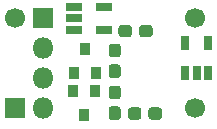
<source format=gbr>
%TF.GenerationSoftware,KiCad,Pcbnew,(5.1.6)-1*%
%TF.CreationDate,2021-08-23T14:57:44-04:00*%
%TF.ProjectId,full-can-variable,66756c6c-2d63-4616-9e2d-766172696162,rev?*%
%TF.SameCoordinates,Original*%
%TF.FileFunction,Soldermask,Top*%
%TF.FilePolarity,Negative*%
%FSLAX46Y46*%
G04 Gerber Fmt 4.6, Leading zero omitted, Abs format (unit mm)*
G04 Created by KiCad (PCBNEW (5.1.6)-1) date 2021-08-23 14:57:44*
%MOMM*%
%LPD*%
G01*
G04 APERTURE LIST*
%ADD10R,1.700000X1.700000*%
%ADD11C,1.700000*%
%ADD12R,1.350000X0.700000*%
%ADD13R,1.800000X1.800000*%
%ADD14O,1.800000X1.800000*%
%ADD15R,0.900000X1.000000*%
%ADD16R,0.700000X1.300000*%
G04 APERTURE END LIST*
D10*
%TO.C,X1*%
X142959001Y-101494001D03*
D11*
X142959001Y-93874001D03*
X158199001Y-93874001D03*
X158199001Y-101494001D03*
%TD*%
D12*
%TO.C,IC1*%
X147955000Y-92969000D03*
X147955000Y-93919000D03*
X147955000Y-94869000D03*
X150455000Y-94869000D03*
X150455000Y-92969000D03*
%TD*%
D13*
%TO.C,I2C Header*%
X145288000Y-93853000D03*
D14*
X145288000Y-96393000D03*
X145288000Y-98933000D03*
X145288000Y-101473000D03*
%TD*%
D15*
%TO.C,Q1*%
X149733000Y-100108000D03*
X147833000Y-100108000D03*
X148783000Y-102108000D03*
%TD*%
%TO.C,Q2*%
X148844000Y-96536000D03*
X149794000Y-98536000D03*
X147894000Y-98536000D03*
%TD*%
%TO.C,R1*%
G36*
G01*
X151121500Y-99628000D02*
X151646500Y-99628000D01*
G75*
G02*
X151909000Y-99890500I0J-262500D01*
G01*
X151909000Y-100515500D01*
G75*
G02*
X151646500Y-100778000I-262500J0D01*
G01*
X151121500Y-100778000D01*
G75*
G02*
X150859000Y-100515500I0J262500D01*
G01*
X150859000Y-99890500D01*
G75*
G02*
X151121500Y-99628000I262500J0D01*
G01*
G37*
G36*
G01*
X151121500Y-101378000D02*
X151646500Y-101378000D01*
G75*
G02*
X151909000Y-101640500I0J-262500D01*
G01*
X151909000Y-102265500D01*
G75*
G02*
X151646500Y-102528000I-262500J0D01*
G01*
X151121500Y-102528000D01*
G75*
G02*
X150859000Y-102265500I0J262500D01*
G01*
X150859000Y-101640500D01*
G75*
G02*
X151121500Y-101378000I262500J0D01*
G01*
G37*
%TD*%
%TO.C,R2*%
G36*
G01*
X151121500Y-97822000D02*
X151646500Y-97822000D01*
G75*
G02*
X151909000Y-98084500I0J-262500D01*
G01*
X151909000Y-98709500D01*
G75*
G02*
X151646500Y-98972000I-262500J0D01*
G01*
X151121500Y-98972000D01*
G75*
G02*
X150859000Y-98709500I0J262500D01*
G01*
X150859000Y-98084500D01*
G75*
G02*
X151121500Y-97822000I262500J0D01*
G01*
G37*
G36*
G01*
X151121500Y-96072000D02*
X151646500Y-96072000D01*
G75*
G02*
X151909000Y-96334500I0J-262500D01*
G01*
X151909000Y-96959500D01*
G75*
G02*
X151646500Y-97222000I-262500J0D01*
G01*
X151121500Y-97222000D01*
G75*
G02*
X150859000Y-96959500I0J262500D01*
G01*
X150859000Y-96334500D01*
G75*
G02*
X151121500Y-96072000I262500J0D01*
G01*
G37*
%TD*%
%TO.C,R3*%
G36*
G01*
X155388000Y-101718500D02*
X155388000Y-102243500D01*
G75*
G02*
X155125500Y-102506000I-262500J0D01*
G01*
X154500500Y-102506000D01*
G75*
G02*
X154238000Y-102243500I0J262500D01*
G01*
X154238000Y-101718500D01*
G75*
G02*
X154500500Y-101456000I262500J0D01*
G01*
X155125500Y-101456000D01*
G75*
G02*
X155388000Y-101718500I0J-262500D01*
G01*
G37*
G36*
G01*
X153638000Y-101718500D02*
X153638000Y-102243500D01*
G75*
G02*
X153375500Y-102506000I-262500J0D01*
G01*
X152750500Y-102506000D01*
G75*
G02*
X152488000Y-102243500I0J262500D01*
G01*
X152488000Y-101718500D01*
G75*
G02*
X152750500Y-101456000I262500J0D01*
G01*
X153375500Y-101456000D01*
G75*
G02*
X153638000Y-101718500I0J-262500D01*
G01*
G37*
%TD*%
%TO.C,R4*%
G36*
G01*
X152848000Y-94733500D02*
X152848000Y-95258500D01*
G75*
G02*
X152585500Y-95521000I-262500J0D01*
G01*
X151960500Y-95521000D01*
G75*
G02*
X151698000Y-95258500I0J262500D01*
G01*
X151698000Y-94733500D01*
G75*
G02*
X151960500Y-94471000I262500J0D01*
G01*
X152585500Y-94471000D01*
G75*
G02*
X152848000Y-94733500I0J-262500D01*
G01*
G37*
G36*
G01*
X154598000Y-94733500D02*
X154598000Y-95258500D01*
G75*
G02*
X154335500Y-95521000I-262500J0D01*
G01*
X153710500Y-95521000D01*
G75*
G02*
X153448000Y-95258500I0J262500D01*
G01*
X153448000Y-94733500D01*
G75*
G02*
X153710500Y-94471000I262500J0D01*
G01*
X154335500Y-94471000D01*
G75*
G02*
X154598000Y-94733500I0J-262500D01*
G01*
G37*
%TD*%
D16*
%TO.C,IC2*%
X157358000Y-98532000D03*
X158308000Y-98532000D03*
X159258000Y-98532000D03*
X159258000Y-96032000D03*
X157358000Y-96032000D03*
%TD*%
M02*

</source>
